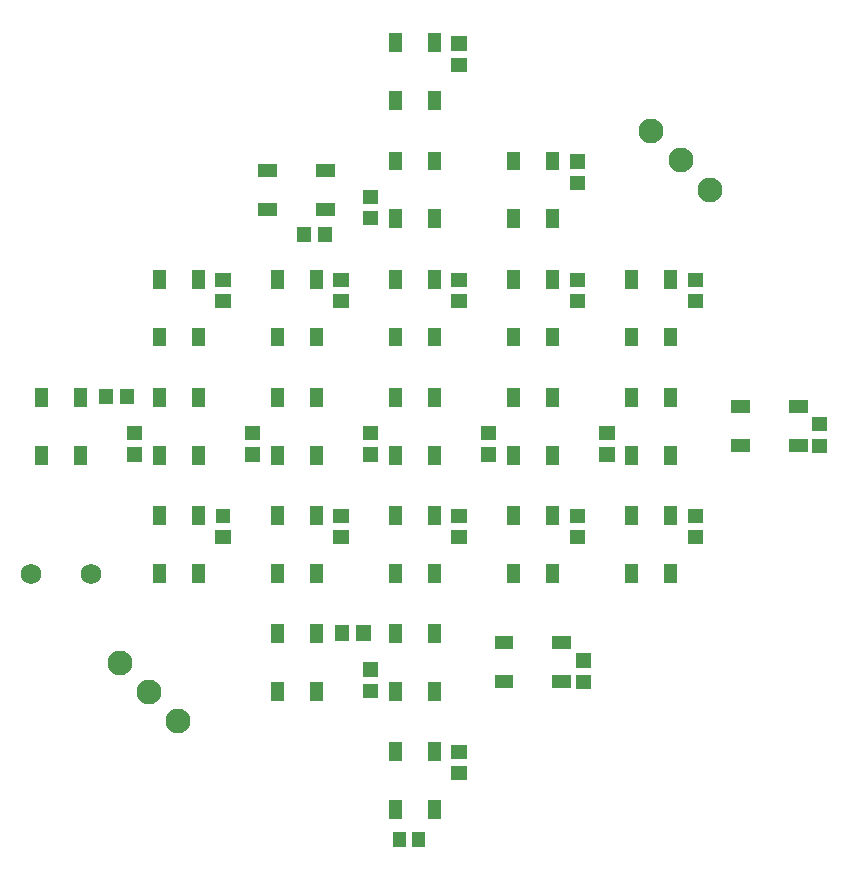
<source format=gts>
G04 Layer: TopSolderMaskLayer*
G04 EasyEDA v6.4.25, 2022-01-30T22:18:30+11:00*
G04 a67cddfb3fce44daa9051d46cbbcc19f,10*
G04 Gerber Generator version 0.2*
G04 Scale: 100 percent, Rotated: No, Reflected: No *
G04 Dimensions in millimeters *
G04 leading zeros omitted , absolute positions ,4 integer and 5 decimal *
%FSLAX45Y45*%
%MOMM*%

%ADD21C,1.7272*%
%ADD22C,2.1016*%
%ADD26R,1.3032X1.2032*%

%LPD*%
D21*
G01*
X996010Y2999994D03*
G01*
X1504010Y2999994D03*
D22*
G01*
X2247493Y1752498D03*
G01*
X2000021Y1999995D03*
G01*
X1752523Y2247493D03*
G01*
X6252641Y6747611D03*
G01*
X6500113Y6500113D03*
G01*
X6747611Y6252616D03*
G36*
X4029963Y924813D02*
G01*
X4029963Y1084834D01*
X4139945Y1084834D01*
X4139945Y924813D01*
G37*
G36*
X4359909Y924813D02*
G01*
X4359909Y1084834D01*
X4469891Y1084834D01*
X4469891Y924813D01*
G37*
G36*
X4359909Y1414779D02*
G01*
X4359909Y1575054D01*
X4469891Y1575054D01*
X4469891Y1414779D01*
G37*
G36*
X4029963Y1414779D02*
G01*
X4029963Y1575054D01*
X4139945Y1575054D01*
X4139945Y1414779D01*
G37*
G36*
X3029965Y1924812D02*
G01*
X3029965Y2084831D01*
X3139947Y2084831D01*
X3139947Y1924812D01*
G37*
G36*
X3359911Y1924812D02*
G01*
X3359911Y2084831D01*
X3469893Y2084831D01*
X3469893Y1924812D01*
G37*
G36*
X3359911Y2414778D02*
G01*
X3359911Y2575052D01*
X3469893Y2575052D01*
X3469893Y2414778D01*
G37*
G36*
X3029965Y2414778D02*
G01*
X3029965Y2575052D01*
X3139947Y2575052D01*
X3139947Y2414778D01*
G37*
G36*
X4359909Y2414778D02*
G01*
X4359909Y2574797D01*
X4469891Y2574797D01*
X4469891Y2414778D01*
G37*
G36*
X4029963Y2414778D02*
G01*
X4029963Y2574797D01*
X4139945Y2574797D01*
X4139945Y2414778D01*
G37*
G36*
X4029963Y1924812D02*
G01*
X4029963Y2085086D01*
X4139945Y2085086D01*
X4139945Y1924812D01*
G37*
G36*
X4359909Y1924812D02*
G01*
X4359909Y2085086D01*
X4469891Y2085086D01*
X4469891Y1924812D01*
G37*
G36*
X4924806Y2359913D02*
G01*
X4924806Y2469895D01*
X5084825Y2469895D01*
X5084825Y2359913D01*
G37*
G36*
X4924806Y2029968D02*
G01*
X4924806Y2139950D01*
X5084825Y2139950D01*
X5084825Y2029968D01*
G37*
G36*
X5414772Y2029968D02*
G01*
X5414772Y2139950D01*
X5575045Y2139950D01*
X5575045Y2029968D01*
G37*
G36*
X5414772Y2359913D02*
G01*
X5414772Y2469895D01*
X5575045Y2469895D01*
X5575045Y2359913D01*
G37*
G36*
X6029959Y2924810D02*
G01*
X6029959Y3084829D01*
X6139941Y3084829D01*
X6139941Y2924810D01*
G37*
G36*
X6359906Y2924810D02*
G01*
X6359906Y3084829D01*
X6469888Y3084829D01*
X6469888Y2924810D01*
G37*
G36*
X6359906Y3414776D02*
G01*
X6359906Y3575050D01*
X6469888Y3575050D01*
X6469888Y3414776D01*
G37*
G36*
X6029959Y3414776D02*
G01*
X6029959Y3575050D01*
X6139941Y3575050D01*
X6139941Y3414776D01*
G37*
G36*
X5029961Y2924810D02*
G01*
X5029961Y3084829D01*
X5139943Y3084829D01*
X5139943Y2924810D01*
G37*
G36*
X5359908Y2924810D02*
G01*
X5359908Y3084829D01*
X5469890Y3084829D01*
X5469890Y2924810D01*
G37*
G36*
X5359908Y3414776D02*
G01*
X5359908Y3575050D01*
X5469890Y3575050D01*
X5469890Y3414776D01*
G37*
G36*
X5029961Y3414776D02*
G01*
X5029961Y3575050D01*
X5139943Y3575050D01*
X5139943Y3414776D01*
G37*
G36*
X4029963Y2924810D02*
G01*
X4029963Y3084829D01*
X4139945Y3084829D01*
X4139945Y2924810D01*
G37*
G36*
X4359909Y2924810D02*
G01*
X4359909Y3084829D01*
X4469891Y3084829D01*
X4469891Y2924810D01*
G37*
G36*
X4359909Y3414776D02*
G01*
X4359909Y3575050D01*
X4469891Y3575050D01*
X4469891Y3414776D01*
G37*
G36*
X4029963Y3414776D02*
G01*
X4029963Y3575050D01*
X4139945Y3575050D01*
X4139945Y3414776D01*
G37*
G36*
X3029965Y2924810D02*
G01*
X3029965Y3084829D01*
X3139947Y3084829D01*
X3139947Y2924810D01*
G37*
G36*
X3359911Y2924810D02*
G01*
X3359911Y3084829D01*
X3469893Y3084829D01*
X3469893Y2924810D01*
G37*
G36*
X3359911Y3414776D02*
G01*
X3359911Y3575050D01*
X3469893Y3575050D01*
X3469893Y3414776D01*
G37*
G36*
X3029965Y3414776D02*
G01*
X3029965Y3575050D01*
X3139947Y3575050D01*
X3139947Y3414776D01*
G37*
G36*
X2029968Y2924810D02*
G01*
X2029968Y3084829D01*
X2139950Y3084829D01*
X2139950Y2924810D01*
G37*
G36*
X2359913Y2924810D02*
G01*
X2359913Y3084829D01*
X2469895Y3084829D01*
X2469895Y2924810D01*
G37*
G36*
X2359913Y3414776D02*
G01*
X2359913Y3575050D01*
X2469895Y3575050D01*
X2469895Y3414776D01*
G37*
G36*
X2029968Y3414776D02*
G01*
X2029968Y3575050D01*
X2139950Y3575050D01*
X2139950Y3414776D01*
G37*
G36*
X1029970Y3924807D02*
G01*
X1029970Y4084828D01*
X1139952Y4084828D01*
X1139952Y3924807D01*
G37*
G36*
X1359915Y3924807D02*
G01*
X1359915Y4084828D01*
X1469897Y4084828D01*
X1469897Y3924807D01*
G37*
G36*
X1359915Y4414773D02*
G01*
X1359915Y4575047D01*
X1469897Y4575047D01*
X1469897Y4414773D01*
G37*
G36*
X1029970Y4414773D02*
G01*
X1029970Y4575047D01*
X1139952Y4575047D01*
X1139952Y4414773D01*
G37*
G36*
X2359913Y4414773D02*
G01*
X2359913Y4574794D01*
X2469895Y4574794D01*
X2469895Y4414773D01*
G37*
G36*
X2029968Y4414773D02*
G01*
X2029968Y4574794D01*
X2139950Y4574794D01*
X2139950Y4414773D01*
G37*
G36*
X2029968Y3924807D02*
G01*
X2029968Y4085081D01*
X2139950Y4085081D01*
X2139950Y3924807D01*
G37*
G36*
X2359913Y3924807D02*
G01*
X2359913Y4085081D01*
X2469895Y4085081D01*
X2469895Y3924807D01*
G37*
G36*
X3359911Y4414773D02*
G01*
X3359911Y4574794D01*
X3469893Y4574794D01*
X3469893Y4414773D01*
G37*
G36*
X3029965Y4414773D02*
G01*
X3029965Y4574794D01*
X3139947Y4574794D01*
X3139947Y4414773D01*
G37*
G36*
X3029965Y3924807D02*
G01*
X3029965Y4085081D01*
X3139947Y4085081D01*
X3139947Y3924807D01*
G37*
G36*
X3359911Y3924807D02*
G01*
X3359911Y4085081D01*
X3469893Y4085081D01*
X3469893Y3924807D01*
G37*
G36*
X4359909Y4414773D02*
G01*
X4359909Y4574794D01*
X4469891Y4574794D01*
X4469891Y4414773D01*
G37*
G36*
X4029963Y4414773D02*
G01*
X4029963Y4574794D01*
X4139945Y4574794D01*
X4139945Y4414773D01*
G37*
G36*
X4029963Y3924807D02*
G01*
X4029963Y4085081D01*
X4139945Y4085081D01*
X4139945Y3924807D01*
G37*
G36*
X4359909Y3924807D02*
G01*
X4359909Y4085081D01*
X4469891Y4085081D01*
X4469891Y3924807D01*
G37*
G36*
X5359908Y4414773D02*
G01*
X5359908Y4574794D01*
X5469890Y4574794D01*
X5469890Y4414773D01*
G37*
G36*
X5029961Y4414773D02*
G01*
X5029961Y4574794D01*
X5139943Y4574794D01*
X5139943Y4414773D01*
G37*
G36*
X5029961Y3924807D02*
G01*
X5029961Y4085081D01*
X5139943Y4085081D01*
X5139943Y3924807D01*
G37*
G36*
X5359908Y3924807D02*
G01*
X5359908Y4085081D01*
X5469890Y4085081D01*
X5469890Y3924807D01*
G37*
G36*
X6359906Y4414773D02*
G01*
X6359906Y4574794D01*
X6469888Y4574794D01*
X6469888Y4414773D01*
G37*
G36*
X6029959Y4414773D02*
G01*
X6029959Y4574794D01*
X6139941Y4574794D01*
X6139941Y4414773D01*
G37*
G36*
X6029959Y3924807D02*
G01*
X6029959Y4085081D01*
X6139941Y4085081D01*
X6139941Y3924807D01*
G37*
G36*
X6359906Y3924807D02*
G01*
X6359906Y4085081D01*
X6469888Y4085081D01*
X6469888Y3924807D01*
G37*
G36*
X6924802Y4359910D02*
G01*
X6924802Y4469892D01*
X7084822Y4469892D01*
X7084822Y4359910D01*
G37*
G36*
X6924802Y4029963D02*
G01*
X6924802Y4139945D01*
X7084822Y4139945D01*
X7084822Y4029963D01*
G37*
G36*
X7414768Y4029963D02*
G01*
X7414768Y4139945D01*
X7575041Y4139945D01*
X7575041Y4029963D01*
G37*
G36*
X7414768Y4359910D02*
G01*
X7414768Y4469892D01*
X7575041Y4469892D01*
X7575041Y4359910D01*
G37*
G36*
X6029959Y4924805D02*
G01*
X6029959Y5084826D01*
X6139941Y5084826D01*
X6139941Y4924805D01*
G37*
G36*
X6359906Y4924805D02*
G01*
X6359906Y5084826D01*
X6469888Y5084826D01*
X6469888Y4924805D01*
G37*
G36*
X6359906Y5414771D02*
G01*
X6359906Y5575045D01*
X6469888Y5575045D01*
X6469888Y5414771D01*
G37*
G36*
X6029959Y5414771D02*
G01*
X6029959Y5575045D01*
X6139941Y5575045D01*
X6139941Y5414771D01*
G37*
G36*
X5029961Y4924805D02*
G01*
X5029961Y5084826D01*
X5139943Y5084826D01*
X5139943Y4924805D01*
G37*
G36*
X5359908Y4924805D02*
G01*
X5359908Y5084826D01*
X5469890Y5084826D01*
X5469890Y4924805D01*
G37*
G36*
X5359908Y5414771D02*
G01*
X5359908Y5575045D01*
X5469890Y5575045D01*
X5469890Y5414771D01*
G37*
G36*
X5029961Y5414771D02*
G01*
X5029961Y5575045D01*
X5139943Y5575045D01*
X5139943Y5414771D01*
G37*
G36*
X4029963Y4924805D02*
G01*
X4029963Y5084826D01*
X4139945Y5084826D01*
X4139945Y4924805D01*
G37*
G36*
X4359909Y4924805D02*
G01*
X4359909Y5084826D01*
X4469891Y5084826D01*
X4469891Y4924805D01*
G37*
G36*
X4359909Y5414771D02*
G01*
X4359909Y5575045D01*
X4469891Y5575045D01*
X4469891Y5414771D01*
G37*
G36*
X4029963Y5414771D02*
G01*
X4029963Y5575045D01*
X4139945Y5575045D01*
X4139945Y5414771D01*
G37*
G36*
X3029965Y4924805D02*
G01*
X3029965Y5084826D01*
X3139947Y5084826D01*
X3139947Y4924805D01*
G37*
G36*
X3359911Y4924805D02*
G01*
X3359911Y5084826D01*
X3469893Y5084826D01*
X3469893Y4924805D01*
G37*
G36*
X3359911Y5414771D02*
G01*
X3359911Y5575045D01*
X3469893Y5575045D01*
X3469893Y5414771D01*
G37*
G36*
X3029965Y5414771D02*
G01*
X3029965Y5575045D01*
X3139947Y5575045D01*
X3139947Y5414771D01*
G37*
G36*
X2029968Y4924805D02*
G01*
X2029968Y5084826D01*
X2139950Y5084826D01*
X2139950Y4924805D01*
G37*
G36*
X2359913Y4924805D02*
G01*
X2359913Y5084826D01*
X2469895Y5084826D01*
X2469895Y4924805D01*
G37*
G36*
X2359913Y5414771D02*
G01*
X2359913Y5575045D01*
X2469895Y5575045D01*
X2469895Y5414771D01*
G37*
G36*
X2029968Y5414771D02*
G01*
X2029968Y5575045D01*
X2139950Y5575045D01*
X2139950Y5414771D01*
G37*
G36*
X2924809Y6359905D02*
G01*
X2924809Y6469887D01*
X3084829Y6469887D01*
X3084829Y6359905D01*
G37*
G36*
X2924809Y6029960D02*
G01*
X2924809Y6139942D01*
X3084829Y6139942D01*
X3084829Y6029960D01*
G37*
G36*
X3414775Y6029960D02*
G01*
X3414775Y6139942D01*
X3575050Y6139942D01*
X3575050Y6029960D01*
G37*
G36*
X3414775Y6359905D02*
G01*
X3414775Y6469887D01*
X3575050Y6469887D01*
X3575050Y6359905D01*
G37*
G36*
X4359909Y6414770D02*
G01*
X4359909Y6574789D01*
X4469891Y6574789D01*
X4469891Y6414770D01*
G37*
G36*
X4029963Y6414770D02*
G01*
X4029963Y6574789D01*
X4139945Y6574789D01*
X4139945Y6414770D01*
G37*
G36*
X4029963Y5924804D02*
G01*
X4029963Y6085078D01*
X4139945Y6085078D01*
X4139945Y5924804D01*
G37*
G36*
X4359909Y5924804D02*
G01*
X4359909Y6085078D01*
X4469891Y6085078D01*
X4469891Y5924804D01*
G37*
G36*
X5029961Y5924804D02*
G01*
X5029961Y6084823D01*
X5139943Y6084823D01*
X5139943Y5924804D01*
G37*
G36*
X5359908Y5924804D02*
G01*
X5359908Y6084823D01*
X5469890Y6084823D01*
X5469890Y5924804D01*
G37*
G36*
X5359908Y6414770D02*
G01*
X5359908Y6575044D01*
X5469890Y6575044D01*
X5469890Y6414770D01*
G37*
G36*
X5029961Y6414770D02*
G01*
X5029961Y6575044D01*
X5139943Y6575044D01*
X5139943Y6414770D01*
G37*
G36*
X4029963Y6924802D02*
G01*
X4029963Y7084821D01*
X4139945Y7084821D01*
X4139945Y6924802D01*
G37*
G36*
X4359909Y6924802D02*
G01*
X4359909Y7084821D01*
X4469891Y7084821D01*
X4469891Y6924802D01*
G37*
G36*
X4359909Y7414768D02*
G01*
X4359909Y7575042D01*
X4469891Y7575042D01*
X4469891Y7414768D01*
G37*
G36*
X4029963Y7414768D02*
G01*
X4029963Y7575042D01*
X4139945Y7575042D01*
X4139945Y7414768D01*
G37*
G36*
X4225036Y689863D02*
G01*
X4225036Y810005D01*
X4335018Y810005D01*
X4335018Y689863D01*
G37*
G36*
X4065015Y689863D02*
G01*
X4065015Y810005D01*
X4174997Y810005D01*
X4174997Y689863D01*
G37*
G36*
X4559808Y3429762D02*
G01*
X4559808Y3550157D01*
X4690109Y3550157D01*
X4690109Y3429762D01*
G37*
G36*
X4559808Y3249929D02*
G01*
X4559808Y3370071D01*
X4690109Y3370071D01*
X4690109Y3249929D01*
G37*
G36*
X1754886Y4434839D02*
G01*
X1754886Y4565142D01*
X1875281Y4565142D01*
X1875281Y4434839D01*
G37*
G36*
X1574800Y4434839D02*
G01*
X1574800Y4565142D01*
X1695195Y4565142D01*
X1695195Y4434839D01*
G37*
G36*
X3559809Y3249929D02*
G01*
X3559809Y3370071D01*
X3690111Y3370071D01*
X3690111Y3249929D01*
G37*
G36*
X3559809Y3429762D02*
G01*
X3559809Y3550157D01*
X3690111Y3550157D01*
X3690111Y3429762D01*
G37*
G36*
X1809750Y4129786D02*
G01*
X1809750Y4250181D01*
X1940052Y4250181D01*
X1940052Y4129786D01*
G37*
G36*
X1809750Y3949700D02*
G01*
X1809750Y4070095D01*
X1940052Y4070095D01*
X1940052Y3949700D01*
G37*
G36*
X2809747Y3949954D02*
G01*
X2809747Y4070095D01*
X2940050Y4070095D01*
X2940050Y3949954D01*
G37*
G36*
X2809747Y4129786D02*
G01*
X2809747Y4250181D01*
X2940050Y4250181D01*
X2940050Y4129786D01*
G37*
G36*
X2559811Y5429757D02*
G01*
X2559811Y5550154D01*
X2690113Y5550154D01*
X2690113Y5429757D01*
G37*
G36*
X2559811Y5249926D02*
G01*
X2559811Y5370068D01*
X2690113Y5370068D01*
X2690113Y5249926D01*
G37*
G36*
X3559809Y5429757D02*
G01*
X3559809Y5550154D01*
X3690111Y5550154D01*
X3690111Y5429757D01*
G37*
G36*
X3559809Y5249926D02*
G01*
X3559809Y5370068D01*
X3690111Y5370068D01*
X3690111Y5249926D01*
G37*
G36*
X4559808Y5429757D02*
G01*
X4559808Y5550154D01*
X4690109Y5550154D01*
X4690109Y5429757D01*
G37*
G36*
X4559808Y5249926D02*
G01*
X4559808Y5370068D01*
X4690109Y5370068D01*
X4690109Y5249926D01*
G37*
G36*
X5559806Y5249926D02*
G01*
X5559806Y5370068D01*
X5690108Y5370068D01*
X5690108Y5249926D01*
G37*
G36*
X5559806Y5429757D02*
G01*
X5559806Y5550154D01*
X5690108Y5550154D01*
X5690108Y5429757D01*
G37*
G36*
X5809741Y4129786D02*
G01*
X5809741Y4250181D01*
X5940043Y4250181D01*
X5940043Y4129786D01*
G37*
G36*
X5809741Y3949700D02*
G01*
X5809741Y4070095D01*
X5940043Y4070095D01*
X5940043Y3949700D01*
G37*
G36*
X2559811Y3249929D02*
G01*
X2559811Y3370071D01*
X2690113Y3370071D01*
X2690113Y3249929D01*
G37*
D26*
G01*
X2624988Y3490010D03*
G36*
X7609840Y4204715D02*
G01*
X7609840Y4325112D01*
X7740141Y4325112D01*
X7740141Y4204715D01*
G37*
G36*
X7609840Y4024884D02*
G01*
X7609840Y4145026D01*
X7740141Y4145026D01*
X7740141Y4024884D01*
G37*
G36*
X3809745Y3949954D02*
G01*
X3809745Y4070095D01*
X3940047Y4070095D01*
X3940047Y3949954D01*
G37*
G36*
X3809745Y4129786D02*
G01*
X3809745Y4250181D01*
X3940047Y4250181D01*
X3940047Y4129786D01*
G37*
G36*
X4809743Y3949954D02*
G01*
X4809743Y4070095D01*
X4940045Y4070095D01*
X4940045Y3949954D01*
G37*
G36*
X4809743Y4129786D02*
G01*
X4809743Y4250181D01*
X4940045Y4250181D01*
X4940045Y4129786D01*
G37*
G36*
X3754881Y2434844D02*
G01*
X3754881Y2565145D01*
X3875277Y2565145D01*
X3875277Y2434844D01*
G37*
G36*
X3574795Y2434844D02*
G01*
X3574795Y2565145D01*
X3695191Y2565145D01*
X3695191Y2434844D01*
G37*
G36*
X3809745Y2129789D02*
G01*
X3809745Y2250186D01*
X3940047Y2250186D01*
X3940047Y2129789D01*
G37*
G36*
X3809745Y1949704D02*
G01*
X3809745Y2070100D01*
X3940047Y2070100D01*
X3940047Y1949704D01*
G37*
G36*
X4559808Y1249934D02*
G01*
X4559808Y1370076D01*
X4690109Y1370076D01*
X4690109Y1249934D01*
G37*
G36*
X4559808Y1429765D02*
G01*
X4559808Y1550162D01*
X4690109Y1550162D01*
X4690109Y1429765D01*
G37*
G36*
X5609843Y2204720D02*
G01*
X5609843Y2325115D01*
X5740145Y2325115D01*
X5740145Y2204720D01*
G37*
G36*
X5609843Y2024887D02*
G01*
X5609843Y2145029D01*
X5740145Y2145029D01*
X5740145Y2024887D01*
G37*
G36*
X6559804Y3429762D02*
G01*
X6559804Y3550157D01*
X6690106Y3550157D01*
X6690106Y3429762D01*
G37*
G36*
X6559804Y3249929D02*
G01*
X6559804Y3370071D01*
X6690106Y3370071D01*
X6690106Y3249929D01*
G37*
G36*
X5559806Y3429762D02*
G01*
X5559806Y3550157D01*
X5690108Y3550157D01*
X5690108Y3429762D01*
G37*
G36*
X5559806Y3249929D02*
G01*
X5559806Y3370071D01*
X5690108Y3370071D01*
X5690108Y3249929D01*
G37*
G36*
X6559804Y5249926D02*
G01*
X6559804Y5370068D01*
X6690106Y5370068D01*
X6690106Y5249926D01*
G37*
G36*
X6559804Y5429757D02*
G01*
X6559804Y5550154D01*
X6690106Y5550154D01*
X6690106Y5429757D01*
G37*
G36*
X3249929Y5809742D02*
G01*
X3249929Y5940044D01*
X3370072Y5940044D01*
X3370072Y5809742D01*
G37*
G36*
X3429761Y5809742D02*
G01*
X3429761Y5940044D01*
X3550158Y5940044D01*
X3550158Y5809742D01*
G37*
G36*
X3809745Y6129781D02*
G01*
X3809745Y6250178D01*
X3940047Y6250178D01*
X3940047Y6129781D01*
G37*
G36*
X3809745Y5949950D02*
G01*
X3809745Y6070092D01*
X3940047Y6070092D01*
X3940047Y5949950D01*
G37*
G36*
X5559806Y6249923D02*
G01*
X5559806Y6370065D01*
X5690108Y6370065D01*
X5690108Y6249923D01*
G37*
G36*
X5559806Y6429755D02*
G01*
X5559806Y6550152D01*
X5690108Y6550152D01*
X5690108Y6429755D01*
G37*
G36*
X4559808Y7249921D02*
G01*
X4559808Y7370063D01*
X4690109Y7370063D01*
X4690109Y7249921D01*
G37*
G36*
X4559808Y7429754D02*
G01*
X4559808Y7550150D01*
X4690109Y7550150D01*
X4690109Y7429754D01*
G37*
M02*

</source>
